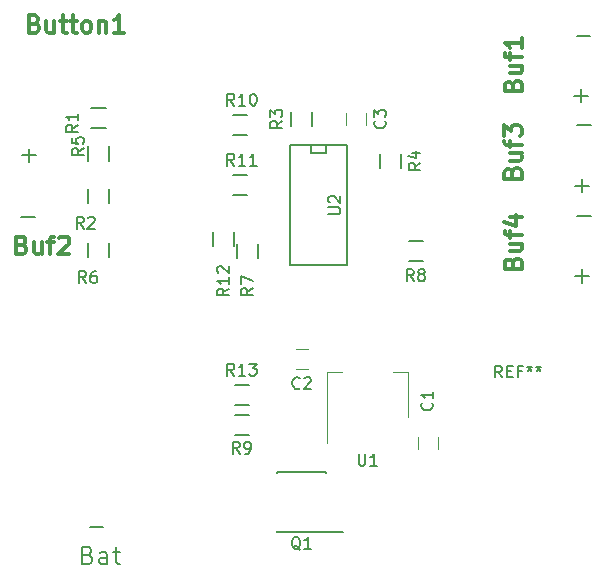
<source format=gto>
G04 #@! TF.FileFunction,Legend,Top*
%FSLAX46Y46*%
G04 Gerber Fmt 4.6, Leading zero omitted, Abs format (unit mm)*
G04 Created by KiCad (PCBNEW 4.0.7) date Sun Nov  5 18:25:08 2017*
%MOMM*%
%LPD*%
G01*
G04 APERTURE LIST*
%ADD10C,0.100000*%
%ADD11C,0.150000*%
%ADD12C,0.300000*%
%ADD13C,0.120000*%
G04 APERTURE END LIST*
D10*
D11*
X978572Y-19707143D02*
X2121429Y-19707143D01*
X1028572Y-14457143D02*
X2171429Y-14457143D01*
X1600000Y-15028571D02*
X1600000Y-13885714D01*
X47778572Y-9407143D02*
X48921429Y-9407143D01*
X48350000Y-9978571D02*
X48350000Y-8835714D01*
X47878572Y-17007143D02*
X49021429Y-17007143D01*
X48450000Y-17578571D02*
X48450000Y-16435714D01*
X47878572Y-24657143D02*
X49021429Y-24657143D01*
X48450000Y-25228571D02*
X48450000Y-24085714D01*
X48028572Y-19607143D02*
X49171429Y-19607143D01*
X48028572Y-11907143D02*
X49171429Y-11907143D01*
X47978572Y-4307143D02*
X49121429Y-4307143D01*
D12*
X1035715Y-22042857D02*
X1250001Y-22114286D01*
X1321429Y-22185714D01*
X1392858Y-22328571D01*
X1392858Y-22542857D01*
X1321429Y-22685714D01*
X1250001Y-22757143D01*
X1107143Y-22828571D01*
X535715Y-22828571D01*
X535715Y-21328571D01*
X1035715Y-21328571D01*
X1178572Y-21400000D01*
X1250001Y-21471429D01*
X1321429Y-21614286D01*
X1321429Y-21757143D01*
X1250001Y-21900000D01*
X1178572Y-21971429D01*
X1035715Y-22042857D01*
X535715Y-22042857D01*
X2678572Y-21828571D02*
X2678572Y-22828571D01*
X2035715Y-21828571D02*
X2035715Y-22614286D01*
X2107143Y-22757143D01*
X2250001Y-22828571D01*
X2464286Y-22828571D01*
X2607143Y-22757143D01*
X2678572Y-22685714D01*
X3178572Y-21828571D02*
X3750001Y-21828571D01*
X3392858Y-22828571D02*
X3392858Y-21542857D01*
X3464286Y-21400000D01*
X3607144Y-21328571D01*
X3750001Y-21328571D01*
X4178572Y-21471429D02*
X4250001Y-21400000D01*
X4392858Y-21328571D01*
X4750001Y-21328571D01*
X4892858Y-21400000D01*
X4964287Y-21471429D01*
X5035715Y-21614286D01*
X5035715Y-21757143D01*
X4964287Y-21971429D01*
X4107144Y-22828571D01*
X5035715Y-22828571D01*
X42592857Y-23564285D02*
X42664286Y-23349999D01*
X42735714Y-23278571D01*
X42878571Y-23207142D01*
X43092857Y-23207142D01*
X43235714Y-23278571D01*
X43307143Y-23349999D01*
X43378571Y-23492857D01*
X43378571Y-24064285D01*
X41878571Y-24064285D01*
X41878571Y-23564285D01*
X41950000Y-23421428D01*
X42021429Y-23349999D01*
X42164286Y-23278571D01*
X42307143Y-23278571D01*
X42450000Y-23349999D01*
X42521429Y-23421428D01*
X42592857Y-23564285D01*
X42592857Y-24064285D01*
X42378571Y-21921428D02*
X43378571Y-21921428D01*
X42378571Y-22564285D02*
X43164286Y-22564285D01*
X43307143Y-22492857D01*
X43378571Y-22349999D01*
X43378571Y-22135714D01*
X43307143Y-21992857D01*
X43235714Y-21921428D01*
X42378571Y-21421428D02*
X42378571Y-20849999D01*
X43378571Y-21207142D02*
X42092857Y-21207142D01*
X41950000Y-21135714D01*
X41878571Y-20992856D01*
X41878571Y-20849999D01*
X42378571Y-19707142D02*
X43378571Y-19707142D01*
X41807143Y-20064285D02*
X42878571Y-20421428D01*
X42878571Y-19492856D01*
X42542857Y-15914285D02*
X42614286Y-15699999D01*
X42685714Y-15628571D01*
X42828571Y-15557142D01*
X43042857Y-15557142D01*
X43185714Y-15628571D01*
X43257143Y-15699999D01*
X43328571Y-15842857D01*
X43328571Y-16414285D01*
X41828571Y-16414285D01*
X41828571Y-15914285D01*
X41900000Y-15771428D01*
X41971429Y-15699999D01*
X42114286Y-15628571D01*
X42257143Y-15628571D01*
X42400000Y-15699999D01*
X42471429Y-15771428D01*
X42542857Y-15914285D01*
X42542857Y-16414285D01*
X42328571Y-14271428D02*
X43328571Y-14271428D01*
X42328571Y-14914285D02*
X43114286Y-14914285D01*
X43257143Y-14842857D01*
X43328571Y-14699999D01*
X43328571Y-14485714D01*
X43257143Y-14342857D01*
X43185714Y-14271428D01*
X42328571Y-13771428D02*
X42328571Y-13199999D01*
X43328571Y-13557142D02*
X42042857Y-13557142D01*
X41900000Y-13485714D01*
X41828571Y-13342856D01*
X41828571Y-13199999D01*
X41828571Y-12842856D02*
X41828571Y-11914285D01*
X42400000Y-12414285D01*
X42400000Y-12199999D01*
X42471429Y-12057142D01*
X42542857Y-11985713D01*
X42685714Y-11914285D01*
X43042857Y-11914285D01*
X43185714Y-11985713D01*
X43257143Y-12057142D01*
X43328571Y-12199999D01*
X43328571Y-12628571D01*
X43257143Y-12771428D01*
X43185714Y-12842856D01*
X42592857Y-8514285D02*
X42664286Y-8299999D01*
X42735714Y-8228571D01*
X42878571Y-8157142D01*
X43092857Y-8157142D01*
X43235714Y-8228571D01*
X43307143Y-8299999D01*
X43378571Y-8442857D01*
X43378571Y-9014285D01*
X41878571Y-9014285D01*
X41878571Y-8514285D01*
X41950000Y-8371428D01*
X42021429Y-8299999D01*
X42164286Y-8228571D01*
X42307143Y-8228571D01*
X42450000Y-8299999D01*
X42521429Y-8371428D01*
X42592857Y-8514285D01*
X42592857Y-9014285D01*
X42378571Y-6871428D02*
X43378571Y-6871428D01*
X42378571Y-7514285D02*
X43164286Y-7514285D01*
X43307143Y-7442857D01*
X43378571Y-7299999D01*
X43378571Y-7085714D01*
X43307143Y-6942857D01*
X43235714Y-6871428D01*
X42378571Y-6371428D02*
X42378571Y-5799999D01*
X43378571Y-6157142D02*
X42092857Y-6157142D01*
X41950000Y-6085714D01*
X41878571Y-5942856D01*
X41878571Y-5799999D01*
X43378571Y-4514285D02*
X43378571Y-5371428D01*
X43378571Y-4942856D02*
X41878571Y-4942856D01*
X42092857Y-5085713D01*
X42235714Y-5228571D01*
X42307143Y-5371428D01*
X2100000Y-3292857D02*
X2314286Y-3364286D01*
X2385714Y-3435714D01*
X2457143Y-3578571D01*
X2457143Y-3792857D01*
X2385714Y-3935714D01*
X2314286Y-4007143D01*
X2171428Y-4078571D01*
X1600000Y-4078571D01*
X1600000Y-2578571D01*
X2100000Y-2578571D01*
X2242857Y-2650000D01*
X2314286Y-2721429D01*
X2385714Y-2864286D01*
X2385714Y-3007143D01*
X2314286Y-3150000D01*
X2242857Y-3221429D01*
X2100000Y-3292857D01*
X1600000Y-3292857D01*
X3742857Y-3078571D02*
X3742857Y-4078571D01*
X3100000Y-3078571D02*
X3100000Y-3864286D01*
X3171428Y-4007143D01*
X3314286Y-4078571D01*
X3528571Y-4078571D01*
X3671428Y-4007143D01*
X3742857Y-3935714D01*
X4242857Y-3078571D02*
X4814286Y-3078571D01*
X4457143Y-2578571D02*
X4457143Y-3864286D01*
X4528571Y-4007143D01*
X4671429Y-4078571D01*
X4814286Y-4078571D01*
X5100000Y-3078571D02*
X5671429Y-3078571D01*
X5314286Y-2578571D02*
X5314286Y-3864286D01*
X5385714Y-4007143D01*
X5528572Y-4078571D01*
X5671429Y-4078571D01*
X6385715Y-4078571D02*
X6242857Y-4007143D01*
X6171429Y-3935714D01*
X6100000Y-3792857D01*
X6100000Y-3364286D01*
X6171429Y-3221429D01*
X6242857Y-3150000D01*
X6385715Y-3078571D01*
X6600000Y-3078571D01*
X6742857Y-3150000D01*
X6814286Y-3221429D01*
X6885715Y-3364286D01*
X6885715Y-3792857D01*
X6814286Y-3935714D01*
X6742857Y-4007143D01*
X6600000Y-4078571D01*
X6385715Y-4078571D01*
X7528572Y-3078571D02*
X7528572Y-4078571D01*
X7528572Y-3221429D02*
X7600000Y-3150000D01*
X7742858Y-3078571D01*
X7957143Y-3078571D01*
X8100000Y-3150000D01*
X8171429Y-3292857D01*
X8171429Y-4078571D01*
X9671429Y-4078571D02*
X8814286Y-4078571D01*
X9242858Y-4078571D02*
X9242858Y-2578571D01*
X9100001Y-2792857D01*
X8957143Y-2935714D01*
X8814286Y-3007143D01*
D11*
X6600000Y-48292857D02*
X6814286Y-48364286D01*
X6885714Y-48435714D01*
X6957143Y-48578571D01*
X6957143Y-48792857D01*
X6885714Y-48935714D01*
X6814286Y-49007143D01*
X6671428Y-49078571D01*
X6100000Y-49078571D01*
X6100000Y-47578571D01*
X6600000Y-47578571D01*
X6742857Y-47650000D01*
X6814286Y-47721429D01*
X6885714Y-47864286D01*
X6885714Y-48007143D01*
X6814286Y-48150000D01*
X6742857Y-48221429D01*
X6600000Y-48292857D01*
X6100000Y-48292857D01*
X8242857Y-49078571D02*
X8242857Y-48292857D01*
X8171428Y-48150000D01*
X8028571Y-48078571D01*
X7742857Y-48078571D01*
X7600000Y-48150000D01*
X8242857Y-49007143D02*
X8100000Y-49078571D01*
X7742857Y-49078571D01*
X7600000Y-49007143D01*
X7528571Y-48864286D01*
X7528571Y-48721429D01*
X7600000Y-48578571D01*
X7742857Y-48507143D01*
X8100000Y-48507143D01*
X8242857Y-48435714D01*
X8742857Y-48078571D02*
X9314286Y-48078571D01*
X8957143Y-47578571D02*
X8957143Y-48864286D01*
X9028571Y-49007143D01*
X9171429Y-49078571D01*
X9314286Y-49078571D01*
X6778572Y-45907143D02*
X7921429Y-45907143D01*
X26775000Y-46375000D02*
X26775000Y-46325000D01*
X22625000Y-46375000D02*
X22625000Y-46230000D01*
X22625000Y-41225000D02*
X22625000Y-41370000D01*
X26775000Y-41225000D02*
X26775000Y-41370000D01*
X26775000Y-46375000D02*
X22625000Y-46375000D01*
X26775000Y-41225000D02*
X22625000Y-41225000D01*
X26775000Y-46325000D02*
X28175000Y-46325000D01*
X8375000Y-13700000D02*
X8375000Y-14900000D01*
X6625000Y-14900000D02*
X6625000Y-13700000D01*
D13*
X24204000Y-32542000D02*
X25204000Y-32542000D01*
X25204000Y-30842000D02*
X24204000Y-30842000D01*
X28426000Y-10872000D02*
X28426000Y-11872000D01*
X30126000Y-11872000D02*
X30126000Y-10872000D01*
X34522000Y-38304000D02*
X34522000Y-39304000D01*
X36222000Y-39304000D02*
X36222000Y-38304000D01*
D11*
X19257000Y-23148000D02*
X19257000Y-21948000D01*
X21007000Y-21948000D02*
X21007000Y-23148000D01*
X8375000Y-17300000D02*
X8375000Y-18500000D01*
X6625000Y-18500000D02*
X6625000Y-17300000D01*
X6900000Y-10425000D02*
X8100000Y-10425000D01*
X8100000Y-12175000D02*
X6900000Y-12175000D01*
X23829000Y-11972000D02*
X23829000Y-10772000D01*
X25579000Y-10772000D02*
X25579000Y-11972000D01*
X31325000Y-15528000D02*
X31325000Y-14328000D01*
X33075000Y-14328000D02*
X33075000Y-15528000D01*
X8375000Y-21900000D02*
X8375000Y-23100000D01*
X6625000Y-23100000D02*
X6625000Y-21900000D01*
X34956000Y-23423000D02*
X33756000Y-23423000D01*
X33756000Y-21673000D02*
X34956000Y-21673000D01*
X20224000Y-38155000D02*
X19024000Y-38155000D01*
X19024000Y-36405000D02*
X20224000Y-36405000D01*
X20051000Y-12748000D02*
X18851000Y-12748000D01*
X18851000Y-10998000D02*
X20051000Y-10998000D01*
X18851000Y-16085000D02*
X20051000Y-16085000D01*
X20051000Y-17835000D02*
X18851000Y-17835000D01*
X18975000Y-20932000D02*
X18975000Y-22132000D01*
X17225000Y-22132000D02*
X17225000Y-20932000D01*
X19024000Y-33865000D02*
X20224000Y-33865000D01*
X20224000Y-35615000D02*
X19024000Y-35615000D01*
X28537000Y-23753000D02*
X23711000Y-23753000D01*
X23711000Y-23753000D02*
X23711000Y-13593000D01*
X23711000Y-13593000D02*
X28537000Y-13593000D01*
X28537000Y-13593000D02*
X28537000Y-23753000D01*
X26759000Y-13593000D02*
X26759000Y-14228000D01*
X26759000Y-14228000D02*
X25489000Y-14228000D01*
X25489000Y-14228000D02*
X25489000Y-13593000D01*
D13*
X33702000Y-32830000D02*
X32442000Y-32830000D01*
X26882000Y-32830000D02*
X28142000Y-32830000D01*
X33702000Y-36590000D02*
X33702000Y-32830000D01*
X26882000Y-38840000D02*
X26882000Y-32830000D01*
D11*
X24604762Y-47847619D02*
X24509524Y-47800000D01*
X24414286Y-47704762D01*
X24271429Y-47561905D01*
X24176190Y-47514286D01*
X24080952Y-47514286D01*
X24128571Y-47752381D02*
X24033333Y-47704762D01*
X23938095Y-47609524D01*
X23890476Y-47419048D01*
X23890476Y-47085714D01*
X23938095Y-46895238D01*
X24033333Y-46800000D01*
X24128571Y-46752381D01*
X24319048Y-46752381D01*
X24414286Y-46800000D01*
X24509524Y-46895238D01*
X24557143Y-47085714D01*
X24557143Y-47419048D01*
X24509524Y-47609524D01*
X24414286Y-47704762D01*
X24319048Y-47752381D01*
X24128571Y-47752381D01*
X25509524Y-47752381D02*
X24938095Y-47752381D01*
X25223809Y-47752381D02*
X25223809Y-46752381D01*
X25128571Y-46895238D01*
X25033333Y-46990476D01*
X24938095Y-47038095D01*
X41666667Y-33252381D02*
X41333333Y-32776190D01*
X41095238Y-33252381D02*
X41095238Y-32252381D01*
X41476191Y-32252381D01*
X41571429Y-32300000D01*
X41619048Y-32347619D01*
X41666667Y-32442857D01*
X41666667Y-32585714D01*
X41619048Y-32680952D01*
X41571429Y-32728571D01*
X41476191Y-32776190D01*
X41095238Y-32776190D01*
X42095238Y-32728571D02*
X42428572Y-32728571D01*
X42571429Y-33252381D02*
X42095238Y-33252381D01*
X42095238Y-32252381D01*
X42571429Y-32252381D01*
X43333334Y-32728571D02*
X43000000Y-32728571D01*
X43000000Y-33252381D02*
X43000000Y-32252381D01*
X43476191Y-32252381D01*
X44000000Y-32252381D02*
X44000000Y-32490476D01*
X43761905Y-32395238D02*
X44000000Y-32490476D01*
X44238096Y-32395238D01*
X43857143Y-32680952D02*
X44000000Y-32490476D01*
X44142858Y-32680952D01*
X44761905Y-32252381D02*
X44761905Y-32490476D01*
X44523810Y-32395238D02*
X44761905Y-32490476D01*
X45000001Y-32395238D01*
X44619048Y-32680952D02*
X44761905Y-32490476D01*
X44904763Y-32680952D01*
X6252381Y-13866666D02*
X5776190Y-14200000D01*
X6252381Y-14438095D02*
X5252381Y-14438095D01*
X5252381Y-14057142D01*
X5300000Y-13961904D01*
X5347619Y-13914285D01*
X5442857Y-13866666D01*
X5585714Y-13866666D01*
X5680952Y-13914285D01*
X5728571Y-13961904D01*
X5776190Y-14057142D01*
X5776190Y-14438095D01*
X5252381Y-12961904D02*
X5252381Y-13438095D01*
X5728571Y-13485714D01*
X5680952Y-13438095D01*
X5633333Y-13342857D01*
X5633333Y-13104761D01*
X5680952Y-13009523D01*
X5728571Y-12961904D01*
X5823810Y-12914285D01*
X6061905Y-12914285D01*
X6157143Y-12961904D01*
X6204762Y-13009523D01*
X6252381Y-13104761D01*
X6252381Y-13342857D01*
X6204762Y-13438095D01*
X6157143Y-13485714D01*
X24537334Y-34149143D02*
X24489715Y-34196762D01*
X24346858Y-34244381D01*
X24251620Y-34244381D01*
X24108762Y-34196762D01*
X24013524Y-34101524D01*
X23965905Y-34006286D01*
X23918286Y-33815810D01*
X23918286Y-33672952D01*
X23965905Y-33482476D01*
X24013524Y-33387238D01*
X24108762Y-33292000D01*
X24251620Y-33244381D01*
X24346858Y-33244381D01*
X24489715Y-33292000D01*
X24537334Y-33339619D01*
X24918286Y-33339619D02*
X24965905Y-33292000D01*
X25061143Y-33244381D01*
X25299239Y-33244381D01*
X25394477Y-33292000D01*
X25442096Y-33339619D01*
X25489715Y-33434857D01*
X25489715Y-33530095D01*
X25442096Y-33672952D01*
X24870667Y-34244381D01*
X25489715Y-34244381D01*
X31733143Y-11538666D02*
X31780762Y-11586285D01*
X31828381Y-11729142D01*
X31828381Y-11824380D01*
X31780762Y-11967238D01*
X31685524Y-12062476D01*
X31590286Y-12110095D01*
X31399810Y-12157714D01*
X31256952Y-12157714D01*
X31066476Y-12110095D01*
X30971238Y-12062476D01*
X30876000Y-11967238D01*
X30828381Y-11824380D01*
X30828381Y-11729142D01*
X30876000Y-11586285D01*
X30923619Y-11538666D01*
X30828381Y-11205333D02*
X30828381Y-10586285D01*
X31209333Y-10919619D01*
X31209333Y-10776761D01*
X31256952Y-10681523D01*
X31304571Y-10633904D01*
X31399810Y-10586285D01*
X31637905Y-10586285D01*
X31733143Y-10633904D01*
X31780762Y-10681523D01*
X31828381Y-10776761D01*
X31828381Y-11062476D01*
X31780762Y-11157714D01*
X31733143Y-11205333D01*
X35729143Y-35414666D02*
X35776762Y-35462285D01*
X35824381Y-35605142D01*
X35824381Y-35700380D01*
X35776762Y-35843238D01*
X35681524Y-35938476D01*
X35586286Y-35986095D01*
X35395810Y-36033714D01*
X35252952Y-36033714D01*
X35062476Y-35986095D01*
X34967238Y-35938476D01*
X34872000Y-35843238D01*
X34824381Y-35700380D01*
X34824381Y-35605142D01*
X34872000Y-35462285D01*
X34919619Y-35414666D01*
X35824381Y-34462285D02*
X35824381Y-35033714D01*
X35824381Y-34748000D02*
X34824381Y-34748000D01*
X34967238Y-34843238D01*
X35062476Y-34938476D01*
X35110095Y-35033714D01*
X20584381Y-25698666D02*
X20108190Y-26032000D01*
X20584381Y-26270095D02*
X19584381Y-26270095D01*
X19584381Y-25889142D01*
X19632000Y-25793904D01*
X19679619Y-25746285D01*
X19774857Y-25698666D01*
X19917714Y-25698666D01*
X20012952Y-25746285D01*
X20060571Y-25793904D01*
X20108190Y-25889142D01*
X20108190Y-26270095D01*
X19584381Y-25365333D02*
X19584381Y-24698666D01*
X20584381Y-25127238D01*
X6233334Y-20652381D02*
X5900000Y-20176190D01*
X5661905Y-20652381D02*
X5661905Y-19652381D01*
X6042858Y-19652381D01*
X6138096Y-19700000D01*
X6185715Y-19747619D01*
X6233334Y-19842857D01*
X6233334Y-19985714D01*
X6185715Y-20080952D01*
X6138096Y-20128571D01*
X6042858Y-20176190D01*
X5661905Y-20176190D01*
X6614286Y-19747619D02*
X6661905Y-19700000D01*
X6757143Y-19652381D01*
X6995239Y-19652381D01*
X7090477Y-19700000D01*
X7138096Y-19747619D01*
X7185715Y-19842857D01*
X7185715Y-19938095D01*
X7138096Y-20080952D01*
X6566667Y-20652381D01*
X7185715Y-20652381D01*
X5752381Y-11866666D02*
X5276190Y-12200000D01*
X5752381Y-12438095D02*
X4752381Y-12438095D01*
X4752381Y-12057142D01*
X4800000Y-11961904D01*
X4847619Y-11914285D01*
X4942857Y-11866666D01*
X5085714Y-11866666D01*
X5180952Y-11914285D01*
X5228571Y-11961904D01*
X5276190Y-12057142D01*
X5276190Y-12438095D01*
X5752381Y-10914285D02*
X5752381Y-11485714D01*
X5752381Y-11200000D02*
X4752381Y-11200000D01*
X4895238Y-11295238D01*
X4990476Y-11390476D01*
X5038095Y-11485714D01*
X23056381Y-11538666D02*
X22580190Y-11872000D01*
X23056381Y-12110095D02*
X22056381Y-12110095D01*
X22056381Y-11729142D01*
X22104000Y-11633904D01*
X22151619Y-11586285D01*
X22246857Y-11538666D01*
X22389714Y-11538666D01*
X22484952Y-11586285D01*
X22532571Y-11633904D01*
X22580190Y-11729142D01*
X22580190Y-12110095D01*
X22056381Y-11205333D02*
X22056381Y-10586285D01*
X22437333Y-10919619D01*
X22437333Y-10776761D01*
X22484952Y-10681523D01*
X22532571Y-10633904D01*
X22627810Y-10586285D01*
X22865905Y-10586285D01*
X22961143Y-10633904D01*
X23008762Y-10681523D01*
X23056381Y-10776761D01*
X23056381Y-11062476D01*
X23008762Y-11157714D01*
X22961143Y-11205333D01*
X34752381Y-15094666D02*
X34276190Y-15428000D01*
X34752381Y-15666095D02*
X33752381Y-15666095D01*
X33752381Y-15285142D01*
X33800000Y-15189904D01*
X33847619Y-15142285D01*
X33942857Y-15094666D01*
X34085714Y-15094666D01*
X34180952Y-15142285D01*
X34228571Y-15189904D01*
X34276190Y-15285142D01*
X34276190Y-15666095D01*
X34085714Y-14237523D02*
X34752381Y-14237523D01*
X33704762Y-14475619D02*
X34419048Y-14713714D01*
X34419048Y-14094666D01*
X6433334Y-25252381D02*
X6100000Y-24776190D01*
X5861905Y-25252381D02*
X5861905Y-24252381D01*
X6242858Y-24252381D01*
X6338096Y-24300000D01*
X6385715Y-24347619D01*
X6433334Y-24442857D01*
X6433334Y-24585714D01*
X6385715Y-24680952D01*
X6338096Y-24728571D01*
X6242858Y-24776190D01*
X5861905Y-24776190D01*
X7290477Y-24252381D02*
X7100000Y-24252381D01*
X7004762Y-24300000D01*
X6957143Y-24347619D01*
X6861905Y-24490476D01*
X6814286Y-24680952D01*
X6814286Y-25061905D01*
X6861905Y-25157143D01*
X6909524Y-25204762D01*
X7004762Y-25252381D01*
X7195239Y-25252381D01*
X7290477Y-25204762D01*
X7338096Y-25157143D01*
X7385715Y-25061905D01*
X7385715Y-24823810D01*
X7338096Y-24728571D01*
X7290477Y-24680952D01*
X7195239Y-24633333D01*
X7004762Y-24633333D01*
X6909524Y-24680952D01*
X6861905Y-24728571D01*
X6814286Y-24823810D01*
X34189334Y-25100381D02*
X33856000Y-24624190D01*
X33617905Y-25100381D02*
X33617905Y-24100381D01*
X33998858Y-24100381D01*
X34094096Y-24148000D01*
X34141715Y-24195619D01*
X34189334Y-24290857D01*
X34189334Y-24433714D01*
X34141715Y-24528952D01*
X34094096Y-24576571D01*
X33998858Y-24624190D01*
X33617905Y-24624190D01*
X34760762Y-24528952D02*
X34665524Y-24481333D01*
X34617905Y-24433714D01*
X34570286Y-24338476D01*
X34570286Y-24290857D01*
X34617905Y-24195619D01*
X34665524Y-24148000D01*
X34760762Y-24100381D01*
X34951239Y-24100381D01*
X35046477Y-24148000D01*
X35094096Y-24195619D01*
X35141715Y-24290857D01*
X35141715Y-24338476D01*
X35094096Y-24433714D01*
X35046477Y-24481333D01*
X34951239Y-24528952D01*
X34760762Y-24528952D01*
X34665524Y-24576571D01*
X34617905Y-24624190D01*
X34570286Y-24719429D01*
X34570286Y-24909905D01*
X34617905Y-25005143D01*
X34665524Y-25052762D01*
X34760762Y-25100381D01*
X34951239Y-25100381D01*
X35046477Y-25052762D01*
X35094096Y-25005143D01*
X35141715Y-24909905D01*
X35141715Y-24719429D01*
X35094096Y-24624190D01*
X35046477Y-24576571D01*
X34951239Y-24528952D01*
X19457334Y-39700381D02*
X19124000Y-39224190D01*
X18885905Y-39700381D02*
X18885905Y-38700381D01*
X19266858Y-38700381D01*
X19362096Y-38748000D01*
X19409715Y-38795619D01*
X19457334Y-38890857D01*
X19457334Y-39033714D01*
X19409715Y-39128952D01*
X19362096Y-39176571D01*
X19266858Y-39224190D01*
X18885905Y-39224190D01*
X19933524Y-39700381D02*
X20124000Y-39700381D01*
X20219239Y-39652762D01*
X20266858Y-39605143D01*
X20362096Y-39462286D01*
X20409715Y-39271810D01*
X20409715Y-38890857D01*
X20362096Y-38795619D01*
X20314477Y-38748000D01*
X20219239Y-38700381D01*
X20028762Y-38700381D01*
X19933524Y-38748000D01*
X19885905Y-38795619D01*
X19838286Y-38890857D01*
X19838286Y-39128952D01*
X19885905Y-39224190D01*
X19933524Y-39271810D01*
X20028762Y-39319429D01*
X20219239Y-39319429D01*
X20314477Y-39271810D01*
X20362096Y-39224190D01*
X20409715Y-39128952D01*
X18981143Y-10236381D02*
X18647809Y-9760190D01*
X18409714Y-10236381D02*
X18409714Y-9236381D01*
X18790667Y-9236381D01*
X18885905Y-9284000D01*
X18933524Y-9331619D01*
X18981143Y-9426857D01*
X18981143Y-9569714D01*
X18933524Y-9664952D01*
X18885905Y-9712571D01*
X18790667Y-9760190D01*
X18409714Y-9760190D01*
X19933524Y-10236381D02*
X19362095Y-10236381D01*
X19647809Y-10236381D02*
X19647809Y-9236381D01*
X19552571Y-9379238D01*
X19457333Y-9474476D01*
X19362095Y-9522095D01*
X20552571Y-9236381D02*
X20647810Y-9236381D01*
X20743048Y-9284000D01*
X20790667Y-9331619D01*
X20838286Y-9426857D01*
X20885905Y-9617333D01*
X20885905Y-9855429D01*
X20838286Y-10045905D01*
X20790667Y-10141143D01*
X20743048Y-10188762D01*
X20647810Y-10236381D01*
X20552571Y-10236381D01*
X20457333Y-10188762D01*
X20409714Y-10141143D01*
X20362095Y-10045905D01*
X20314476Y-9855429D01*
X20314476Y-9617333D01*
X20362095Y-9426857D01*
X20409714Y-9331619D01*
X20457333Y-9284000D01*
X20552571Y-9236381D01*
X18981143Y-15316381D02*
X18647809Y-14840190D01*
X18409714Y-15316381D02*
X18409714Y-14316381D01*
X18790667Y-14316381D01*
X18885905Y-14364000D01*
X18933524Y-14411619D01*
X18981143Y-14506857D01*
X18981143Y-14649714D01*
X18933524Y-14744952D01*
X18885905Y-14792571D01*
X18790667Y-14840190D01*
X18409714Y-14840190D01*
X19933524Y-15316381D02*
X19362095Y-15316381D01*
X19647809Y-15316381D02*
X19647809Y-14316381D01*
X19552571Y-14459238D01*
X19457333Y-14554476D01*
X19362095Y-14602095D01*
X20885905Y-15316381D02*
X20314476Y-15316381D01*
X20600190Y-15316381D02*
X20600190Y-14316381D01*
X20504952Y-14459238D01*
X20409714Y-14554476D01*
X20314476Y-14602095D01*
X18552381Y-25730857D02*
X18076190Y-26064191D01*
X18552381Y-26302286D02*
X17552381Y-26302286D01*
X17552381Y-25921333D01*
X17600000Y-25826095D01*
X17647619Y-25778476D01*
X17742857Y-25730857D01*
X17885714Y-25730857D01*
X17980952Y-25778476D01*
X18028571Y-25826095D01*
X18076190Y-25921333D01*
X18076190Y-26302286D01*
X18552381Y-24778476D02*
X18552381Y-25349905D01*
X18552381Y-25064191D02*
X17552381Y-25064191D01*
X17695238Y-25159429D01*
X17790476Y-25254667D01*
X17838095Y-25349905D01*
X17647619Y-24397524D02*
X17600000Y-24349905D01*
X17552381Y-24254667D01*
X17552381Y-24016571D01*
X17600000Y-23921333D01*
X17647619Y-23873714D01*
X17742857Y-23826095D01*
X17838095Y-23826095D01*
X17980952Y-23873714D01*
X18552381Y-24445143D01*
X18552381Y-23826095D01*
X18981143Y-33096381D02*
X18647809Y-32620190D01*
X18409714Y-33096381D02*
X18409714Y-32096381D01*
X18790667Y-32096381D01*
X18885905Y-32144000D01*
X18933524Y-32191619D01*
X18981143Y-32286857D01*
X18981143Y-32429714D01*
X18933524Y-32524952D01*
X18885905Y-32572571D01*
X18790667Y-32620190D01*
X18409714Y-32620190D01*
X19933524Y-33096381D02*
X19362095Y-33096381D01*
X19647809Y-33096381D02*
X19647809Y-32096381D01*
X19552571Y-32239238D01*
X19457333Y-32334476D01*
X19362095Y-32382095D01*
X20266857Y-32096381D02*
X20885905Y-32096381D01*
X20552571Y-32477333D01*
X20695429Y-32477333D01*
X20790667Y-32524952D01*
X20838286Y-32572571D01*
X20885905Y-32667810D01*
X20885905Y-32905905D01*
X20838286Y-33001143D01*
X20790667Y-33048762D01*
X20695429Y-33096381D01*
X20409714Y-33096381D01*
X20314476Y-33048762D01*
X20266857Y-33001143D01*
X26973381Y-19434905D02*
X27782905Y-19434905D01*
X27878143Y-19387286D01*
X27925762Y-19339667D01*
X27973381Y-19244429D01*
X27973381Y-19053952D01*
X27925762Y-18958714D01*
X27878143Y-18911095D01*
X27782905Y-18863476D01*
X26973381Y-18863476D01*
X27068619Y-18434905D02*
X27021000Y-18387286D01*
X26973381Y-18292048D01*
X26973381Y-18053952D01*
X27021000Y-17958714D01*
X27068619Y-17911095D01*
X27163857Y-17863476D01*
X27259095Y-17863476D01*
X27401952Y-17911095D01*
X27973381Y-18482524D01*
X27973381Y-17863476D01*
X29530095Y-39716381D02*
X29530095Y-40525905D01*
X29577714Y-40621143D01*
X29625333Y-40668762D01*
X29720571Y-40716381D01*
X29911048Y-40716381D01*
X30006286Y-40668762D01*
X30053905Y-40621143D01*
X30101524Y-40525905D01*
X30101524Y-39716381D01*
X31101524Y-40716381D02*
X30530095Y-40716381D01*
X30815809Y-40716381D02*
X30815809Y-39716381D01*
X30720571Y-39859238D01*
X30625333Y-39954476D01*
X30530095Y-40002095D01*
M02*

</source>
